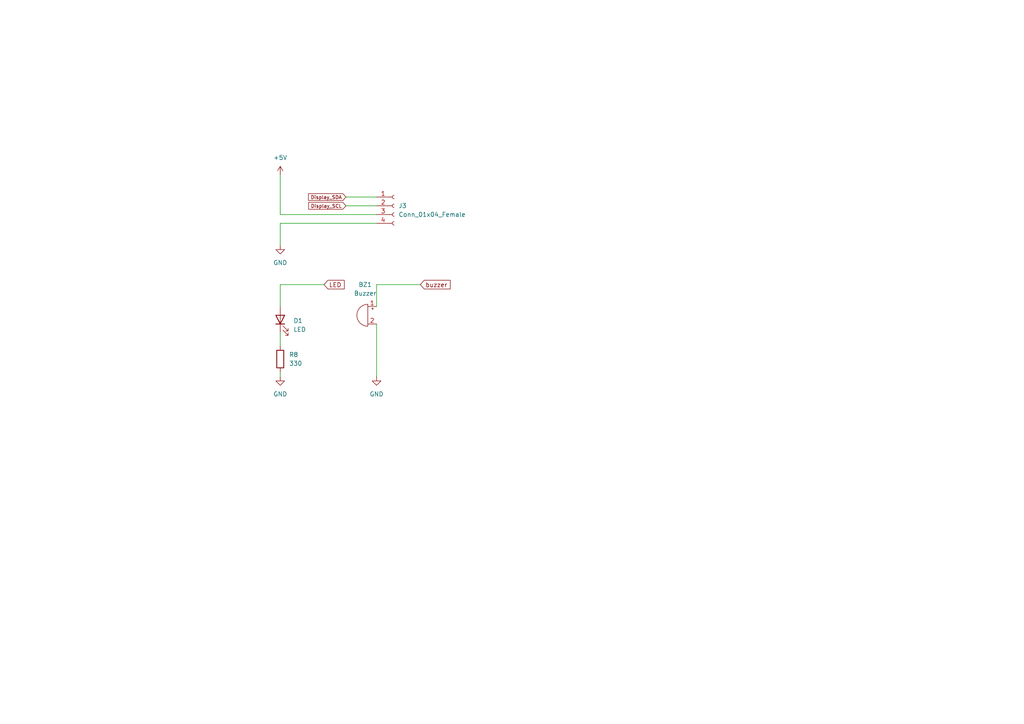
<source format=kicad_sch>
(kicad_sch (version 20211123) (generator eeschema)
  (paper "A4")
  (lib_symbols
    (symbol "Connector:Conn_01x04_Female" (pin_names (offset 1.016) hide)
      (property "Reference" "J" (at 0 5.08 0))
      (property "Value" "Conn_01x04_Female" (at 0 -7.62 0))
      (symbol "Conn_01x04_Female_1_1"
        (arc (start 0 -4.572) (mid -0.508 -5.08) (end 0 -5.588) (stroke (width 0.1524)))
        (arc (start 0 -2.032) (mid -0.508 -2.54) (end 0 -3.048) (stroke (width 0.1524)))
        (polyline (pts (xy -1.27 -5.08) (xy -0.508 -5.08)) (stroke (width 0.1524)))
        (polyline (pts (xy -1.27 -2.54) (xy -0.508 -2.54)) (stroke (width 0.1524)))
        (polyline (pts (xy -1.27 0) (xy -0.508 0)) (stroke (width 0.1524)))
        (polyline (pts (xy -1.27 2.54) (xy -0.508 2.54)) (stroke (width 0.1524)))
        (arc (start 0 0.508) (mid -0.508 0) (end 0 -0.508) (stroke (width 0.1524)))
        (arc (start 0 3.048) (mid -0.508 2.54) (end 0 2.032) (stroke (width 0.1524)))
        (pin passive line (at -5.08 2.54 0) (length 3.81) (name "Pin_1") (number "1"))
        (pin passive line (at -5.08 0 0) (length 3.81) (name "Pin_2") (number "2"))
        (pin passive line (at -5.08 -2.54 0) (length 3.81) (name "Pin_3") (number "3"))
        (pin passive line (at -5.08 -5.08 0) (length 3.81) (name "Pin_4") (number "4"))
      )
    )
    (symbol "Device:Buzzer" (pin_names (offset 0.0254) hide)
      (property "Reference" "BZ" (at 3.81 1.27 0))
      (property "Value" "Buzzer" (at 3.81 -1.27 0))
      (symbol "Buzzer_0_1"
        (arc (start 0 -3.175) (mid 3.175 0) (end 0 3.175))
        (polyline (pts (xy -1.651 1.905) (xy -1.143 1.905)))
        (polyline (pts (xy -1.397 2.159) (xy -1.397 1.651)))
        (polyline (pts (xy 0 3.175) (xy 0 -3.175)))
      )
      (symbol "Buzzer_1_1"
        (pin passive line (at -2.54 2.54 0) (length 2.54) (name "-") (number "1"))
        (pin passive line (at -2.54 -2.54 0) (length 2.54) (name "+") (number "2"))
      )
    )
    (symbol "Device:LED" (pin_numbers hide) (pin_names (offset 1.016) hide)
      (property "Reference" "D" (at 0 2.54 0))
      (property "Value" "LED" (at 0 -2.54 0))
      (symbol "LED_0_1"
        (polyline (pts (xy -1.27 -1.27) (xy -1.27 1.27)) (stroke (width 0.254)))
        (polyline (pts (xy -1.27 0) (xy 1.27 0)))
        (polyline (pts (xy 1.27 -1.27) (xy 1.27 1.27) (xy -1.27 0) (xy 1.27 -1.27)) (stroke (width 0.254)))
        (polyline (pts (xy -3.048 -0.762) (xy -4.572 -2.286) (xy -3.81 -2.286) (xy -4.572 -2.286) (xy -4.572 -1.524)))
        (polyline (pts (xy -1.778 -0.762) (xy -3.302 -2.286) (xy -2.54 -2.286) (xy -3.302 -2.286) (xy -3.302 -1.524)))
      )
      (symbol "LED_1_1"
        (pin passive line (at -3.81 0 0) (length 2.54) (name "K") (number "1"))
        (pin passive line (at 3.81 0 180) (length 2.54) (name "A") (number "2"))
      )
    )
    (symbol "Device:R" (pin_numbers hide) (pin_names (offset 0))
      (property "Reference" "R" (at 2.032 0 90))
      (property "Value" "R" (at 0 0 90))
      (symbol "R_0_1"
        (rectangle (start -1.016 -2.54) (end 1.016 2.54) (stroke (width 0.254)))
      )
      (symbol "R_1_1"
        (pin passive line (at 0 3.81 270) (length 1.27) (name "~") (number "1"))
        (pin passive line (at 0 -3.81 90) (length 1.27) (name "~") (number "2"))
      )
    )
    (symbol "power:+5V" (power) (pin_names (offset 0))
      (property "Value" "+5V" (at 0 3.556 0))
      (symbol "+5V_0_1"
        (polyline (pts (xy -0.762 1.27) (xy 0 2.54)))
        (polyline (pts (xy 0 0) (xy 0 2.54)))
        (polyline (pts (xy 0 2.54) (xy 0.762 1.27)))
      )
      (symbol "+5V_1_1"
        (pin power_in line (at 0 0 90) (length 0) hide (name "+5V") (number "1"))
      )
    )
    (symbol "power:GND" (power) (pin_names (offset 0))
      (property "Value" "GND" (at 0 -3.81 0))
      (symbol "GND_0_1"
        (polyline (pts (xy 0 0) (xy 0 -1.27) (xy 1.27 -1.27) (xy 0 -2.54) (xy -1.27 -1.27) (xy 0 -1.27)))
      )
      (symbol "GND_1_1"
        (pin power_in line (at 0 0 270) (length 0) hide (name "GND") (number "1"))
      )
    )
  )
  (wire (pts (xy 81.28 64.77) (xy 81.28 71.12)))
  (wire (pts (xy 100.33 57.15) (xy 109.22 57.15)))
  (wire (pts (xy 109.22 93.98) (xy 109.22 109.22)))
  (wire (pts (xy 81.28 107.95) (xy 81.28 109.22)))
  (wire (pts (xy 81.28 96.52) (xy 81.28 100.33)))
  (wire (pts (xy 81.28 64.77) (xy 109.22 64.77)))
  (wire (pts (xy 109.22 82.55) (xy 121.92 82.55)))
  (wire (pts (xy 81.28 88.9) (xy 81.28 82.55)))
  (wire (pts (xy 109.22 88.9) (xy 109.22 82.55)))
  (wire (pts (xy 81.28 62.23) (xy 109.22 62.23)))
  (wire (pts (xy 100.33 59.69) (xy 109.22 59.69)))
  (wire (pts (xy 81.28 50.8) (xy 81.28 62.23)))
  (wire (pts (xy 81.28 82.55) (xy 93.98 82.55)))
  (global_label "LED" (shape input) (at 93.98 82.55 0) (property "Intersheet References" "${INTERSHEET_REFS}" (effects hide)))
  (global_label "buzzer" (shape input) (at 121.92 82.55 0) (property "Intersheet References" "${INTERSHEET_REFS}" (effects hide)))
  (global_label "Display_SCL" (shape input) (at 100.33 59.69 180) (effects (font (size 1 1))) (property "Intersheet References" "${INTERSHEET_REFS}" (effects hide)))
  (global_label "Display_SDA" (shape input) (at 100.33 57.15 180) (effects (font (size 1 1))) (property "Intersheet References" "${INTERSHEET_REFS}" (effects hide)))
  (symbol (lib_id "Device:LED") (at 81.28 92.71 90) (unit 1)
    (property "Reference" "D1" (at 85.09 93.0274 90) (effects (justify right)))
    (property "Value" "LED" (at 85.09 95.5674 90) (effects (justify right)))
    (property "Footprint" "LED_THT:LED_D3.0mm" (effects hide))
  )
  (symbol (lib_id "power:+5V") (at 81.28 50.8 0) (unit 1)
    (property "Reference" "#PWR014" (effects hide))
    (property "Value" "+5V" (at 81.28 45.72 0))
  )
  (symbol (lib_id "power:GND") (at 81.28 71.12 0) (unit 1)
    (property "Reference" "#PWR015" (effects hide))
    (property "Value" "GND" (at 81.28 76.2 0))
  )
  (symbol (lib_id "power:GND") (at 81.28 109.22 0) (unit 1)
    (property "Reference" "#PWR016" (effects hide))
    (property "Value" "GND" (at 81.28 114.3 0))
  )
  (symbol (lib_id "power:GND") (at 109.22 109.22 0) (unit 1)
    (property "Reference" "#PWR017" (effects hide))
    (property "Value" "GND" (at 109.22 114.3 0))
  )
  (symbol (lib_id "Connector:Conn_01x04_Female") (at 114.3 59.69 0) (unit 1)
    (property "Reference" "J3" (at 115.57 59.6899 0) (effects (justify left)))
    (property "Value" "Conn_01x04_Female" (at 115.57 62.2299 0) (effects (justify left)))
    (property "Footprint" "Connector_PinSocket_2.54mm:PinSocket_1x04_P2.54mm_Vertical" (effects hide))
  )
  (symbol (lib_id "Device:R") (at 81.28 104.14 0) (unit 1)
    (property "Reference" "R8" (at 83.82 102.8699 0) (effects (justify left)))
    (property "Value" "330" (at 83.82 105.4099 0) (effects (justify left)))
    (property "Footprint" "Resistor_THT:R_Axial_DIN0204_L3.6mm_D1.6mm_P2.54mm_Vertical" (effects hide))
  )
  (symbol (lib_id "Device:Buzzer") (at 106.68 91.44 0) (mirror y) (unit 1)
    (property "Reference" "BZ1" (at 105.918 82.55 0))
    (property "Value" "Buzzer" (at 105.918 85.09 0))
    (property "Footprint" "Buzzer_Beeper:Buzzer_TDK_PS1240P02BT_D12.2mm_H6.5mm" (effects hide))
  )
)
</source>
